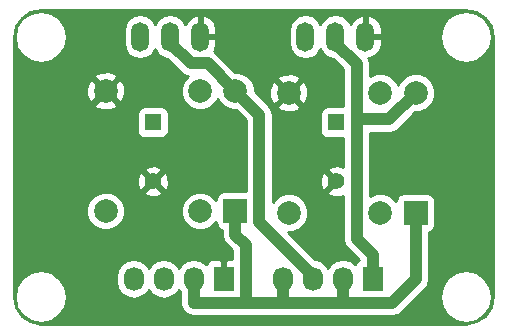
<source format=gbl>
G04 #@! TF.FileFunction,Copper,L2,Bot,Signal*
%FSLAX45Y45*%
G04 Gerber Fmt 4.5, Leading zero omitted, Abs format (unit mm)*
G04 Created by KiCad (PCBNEW 4.0.1-stable) date 2016 October 24, Monday 13:30:03*
%MOMM*%
G01*
G04 APERTURE LIST*
%ADD10C,0.100000*%
%ADD11R,1.400000X1.400000*%
%ADD12C,1.400000*%
%ADD13C,1.998980*%
%ADD14R,1.998980X1.998980*%
%ADD15R,1.727200X2.032000*%
%ADD16O,1.727200X2.032000*%
%ADD17O,1.501140X2.499360*%
%ADD18C,1.000000*%
%ADD19C,0.254000*%
G04 APERTURE END LIST*
D10*
D11*
X13750000Y-10525000D03*
D12*
X13750000Y-11025000D03*
D11*
X15300000Y-10525000D03*
D12*
X15300000Y-11025000D03*
D13*
X14450000Y-10259000D03*
D14*
X14450000Y-11275000D03*
D13*
X15975000Y-10275000D03*
D14*
X15975000Y-11291000D03*
D15*
X15612000Y-11850000D03*
D16*
X15358000Y-11850000D03*
X15104000Y-11850000D03*
X14850000Y-11850000D03*
D17*
X13896000Y-9800000D03*
X13642000Y-9800000D03*
X14150000Y-9800000D03*
X15296000Y-9800000D03*
X15042000Y-9800000D03*
X15550000Y-9800000D03*
D13*
X13350000Y-10259000D03*
X13350000Y-11275000D03*
X14150000Y-10259000D03*
X14150000Y-11275000D03*
X14900000Y-10275000D03*
X14900000Y-11291000D03*
X15675000Y-10275000D03*
X15675000Y-11291000D03*
D15*
X14350000Y-11850000D03*
D16*
X14096000Y-11850000D03*
X13842000Y-11850000D03*
X13588000Y-11850000D03*
D18*
X15475051Y-11025000D02*
X15475051Y-10500000D01*
X15975000Y-10275000D02*
X15750000Y-10500000D01*
X15475051Y-10500000D02*
X15475051Y-10028962D01*
X15750000Y-10500000D02*
X15475051Y-10500000D01*
X15475051Y-11025000D02*
X15475051Y-10774949D01*
X15475051Y-11511451D02*
X15475051Y-11025000D01*
X15475051Y-10028962D02*
X15296000Y-9849911D01*
X15296000Y-9849911D02*
X15296000Y-9800000D01*
X15612000Y-11850000D02*
X15612000Y-11648400D01*
X15612000Y-11648400D02*
X15475051Y-11511451D01*
X15875051Y-10374949D02*
X15975000Y-10275000D01*
X14525000Y-12051601D02*
X14849999Y-12051601D01*
X14096001Y-12051601D02*
X14525000Y-12051601D01*
X14525000Y-12051601D02*
X14525000Y-12042960D01*
X14450000Y-11474949D02*
X14450000Y-11275000D01*
X14525000Y-12042960D02*
X14536360Y-12031600D01*
X14536360Y-12031600D02*
X14536360Y-11561309D01*
X14536360Y-11561309D02*
X14450000Y-11474949D01*
X15358000Y-12051600D02*
X15778360Y-12051600D01*
X14850000Y-12051600D02*
X15358000Y-12051600D01*
X15358000Y-12051600D02*
X15358000Y-11850000D01*
X14096000Y-12051600D02*
X14096001Y-12051601D01*
X14849999Y-12051601D02*
X14850000Y-12051600D01*
X15778360Y-12051600D02*
X15975000Y-11854960D01*
X15975000Y-11854960D02*
X15975000Y-11490949D01*
X15975000Y-11490949D02*
X15975000Y-11291000D01*
X14850000Y-11850000D02*
X14850000Y-12051600D01*
X15358000Y-11850000D02*
X15358000Y-11874794D01*
X14096000Y-12051600D02*
X14096000Y-11850000D01*
X15104000Y-11850000D02*
X15104000Y-11825206D01*
X15104000Y-11825206D02*
X14649949Y-11371155D01*
X14649949Y-11371155D02*
X14649949Y-10458949D01*
X14649949Y-10458949D02*
X14549949Y-10358949D01*
X14549949Y-10358949D02*
X14450000Y-10259000D01*
X14450000Y-10259000D02*
X14215969Y-10024969D01*
X14215969Y-10024969D02*
X14071058Y-10024969D01*
X14071058Y-10024969D02*
X13896000Y-9849911D01*
X13896000Y-9849911D02*
X13896000Y-9800000D01*
D19*
G36*
X16487102Y-9589717D02*
X16560944Y-9639056D01*
X16610283Y-9712898D01*
X16629000Y-9806993D01*
X16629000Y-11993007D01*
X16610283Y-12087102D01*
X16560944Y-12160944D01*
X16487102Y-12210283D01*
X16393007Y-12229000D01*
X12806993Y-12229000D01*
X12712898Y-12210283D01*
X12639056Y-12160944D01*
X12589717Y-12087102D01*
X12572391Y-12000000D01*
X12579000Y-12000000D01*
X12595823Y-12084573D01*
X12643729Y-12156271D01*
X12715427Y-12204177D01*
X12800000Y-12221000D01*
X12884573Y-12204177D01*
X12956271Y-12156271D01*
X13004177Y-12084573D01*
X13021000Y-12000000D01*
X13004177Y-11915427D01*
X12956271Y-11843729D01*
X12938006Y-11831525D01*
X13438140Y-11831525D01*
X13438140Y-11868474D01*
X13449547Y-11925823D01*
X13482033Y-11974441D01*
X13530651Y-12006927D01*
X13588000Y-12018334D01*
X13645349Y-12006927D01*
X13693967Y-11974441D01*
X13715000Y-11942963D01*
X13736033Y-11974441D01*
X13784651Y-12006927D01*
X13842000Y-12018334D01*
X13899349Y-12006927D01*
X13947967Y-11974441D01*
X13969000Y-11942963D01*
X13982500Y-11963168D01*
X13982500Y-12051600D01*
X13991140Y-12095035D01*
X14002380Y-12111857D01*
X14015743Y-12131857D01*
X14015744Y-12131858D01*
X14052566Y-12156461D01*
X14096001Y-12165101D01*
X14849999Y-12165101D01*
X14850004Y-12165100D01*
X15778360Y-12165100D01*
X15821795Y-12156460D01*
X15858617Y-12131857D01*
X15990473Y-12000000D01*
X16179000Y-12000000D01*
X16195823Y-12084573D01*
X16243729Y-12156271D01*
X16315427Y-12204177D01*
X16400000Y-12221000D01*
X16484573Y-12204177D01*
X16556271Y-12156271D01*
X16604177Y-12084573D01*
X16621000Y-12000000D01*
X16604177Y-11915427D01*
X16556271Y-11843729D01*
X16484573Y-11795823D01*
X16400000Y-11779000D01*
X16315427Y-11795823D01*
X16243729Y-11843729D01*
X16195823Y-11915427D01*
X16179000Y-12000000D01*
X15990473Y-12000000D01*
X16055257Y-11935217D01*
X16060738Y-11927013D01*
X16079860Y-11898395D01*
X16088500Y-11854960D01*
X16088500Y-11453143D01*
X16098481Y-11451265D01*
X16120093Y-11437358D01*
X16134592Y-11416138D01*
X16139693Y-11390949D01*
X16139693Y-11191051D01*
X16135265Y-11167519D01*
X16121358Y-11145907D01*
X16100138Y-11131408D01*
X16074949Y-11126307D01*
X15875051Y-11126307D01*
X15851519Y-11130735D01*
X15829907Y-11144642D01*
X15815408Y-11165862D01*
X15810307Y-11191051D01*
X15810307Y-11195189D01*
X15767707Y-11152515D01*
X15707655Y-11127579D01*
X15642631Y-11127523D01*
X15588551Y-11149868D01*
X15588551Y-10613500D01*
X15750000Y-10613500D01*
X15793435Y-10604860D01*
X15830257Y-10580257D01*
X15972067Y-10438447D01*
X16007369Y-10438477D01*
X16067465Y-10413646D01*
X16113485Y-10367707D01*
X16138421Y-10307655D01*
X16138477Y-10242631D01*
X16113646Y-10182535D01*
X16067707Y-10136515D01*
X16007655Y-10111579D01*
X15942631Y-10111523D01*
X15882534Y-10136354D01*
X15836515Y-10182293D01*
X15825002Y-10210019D01*
X15813646Y-10182535D01*
X15767707Y-10136515D01*
X15707655Y-10111579D01*
X15642631Y-10111523D01*
X15588551Y-10133868D01*
X15588551Y-10028962D01*
X15579911Y-9985527D01*
X15575863Y-9979469D01*
X15584127Y-9984199D01*
X15591290Y-9982781D01*
X15638994Y-9956866D01*
X15673150Y-9914668D01*
X15688557Y-9862611D01*
X15688557Y-9812700D01*
X15562700Y-9812700D01*
X15562700Y-9814700D01*
X15537300Y-9814700D01*
X15537300Y-9812700D01*
X15535300Y-9812700D01*
X15535300Y-9800000D01*
X16179000Y-9800000D01*
X16195823Y-9884573D01*
X16243729Y-9956271D01*
X16315427Y-10004177D01*
X16400000Y-10021000D01*
X16484573Y-10004177D01*
X16556271Y-9956271D01*
X16604177Y-9884573D01*
X16621000Y-9800000D01*
X16604177Y-9715427D01*
X16556271Y-9643729D01*
X16484573Y-9595823D01*
X16400000Y-9579000D01*
X16315427Y-9595823D01*
X16243729Y-9643729D01*
X16195823Y-9715427D01*
X16179000Y-9800000D01*
X15535300Y-9800000D01*
X15535300Y-9787300D01*
X15537300Y-9787300D01*
X15537300Y-9628066D01*
X15562700Y-9628066D01*
X15562700Y-9787300D01*
X15688557Y-9787300D01*
X15688557Y-9737389D01*
X15673150Y-9685332D01*
X15638994Y-9643134D01*
X15591290Y-9617219D01*
X15584127Y-9615801D01*
X15562700Y-9628066D01*
X15537300Y-9628066D01*
X15515872Y-9615801D01*
X15508710Y-9617219D01*
X15461006Y-9643134D01*
X15426850Y-9685332D01*
X15424195Y-9694303D01*
X15424010Y-9693373D01*
X15393975Y-9648422D01*
X15349023Y-9618387D01*
X15296000Y-9607840D01*
X15242976Y-9618387D01*
X15198025Y-9648422D01*
X15169000Y-9691862D01*
X15139975Y-9648422D01*
X15095023Y-9618387D01*
X15042000Y-9607840D01*
X14988976Y-9618387D01*
X14944025Y-9648422D01*
X14913990Y-9693373D01*
X14903443Y-9746397D01*
X14903443Y-9853603D01*
X14913990Y-9906627D01*
X14944025Y-9951578D01*
X14988976Y-9981613D01*
X15042000Y-9992160D01*
X15095023Y-9981613D01*
X15139975Y-9951578D01*
X15169000Y-9908138D01*
X15198025Y-9951578D01*
X15242976Y-9981613D01*
X15273201Y-9987625D01*
X15361551Y-10075975D01*
X15361551Y-10390256D01*
X15230000Y-10390256D01*
X15206468Y-10394684D01*
X15184856Y-10408591D01*
X15170357Y-10429811D01*
X15165256Y-10455000D01*
X15165256Y-10595000D01*
X15169684Y-10618532D01*
X15183591Y-10640144D01*
X15204811Y-10654643D01*
X15230000Y-10659744D01*
X15361551Y-10659744D01*
X15361551Y-10905138D01*
X15319288Y-10890258D01*
X15266256Y-10893134D01*
X15230617Y-10907896D01*
X15224433Y-10931473D01*
X15300000Y-11007040D01*
X15301414Y-11005625D01*
X15319375Y-11023586D01*
X15317960Y-11025000D01*
X15319375Y-11026414D01*
X15301414Y-11044375D01*
X15300000Y-11042961D01*
X15224433Y-11118528D01*
X15230617Y-11142104D01*
X15280712Y-11159742D01*
X15333744Y-11156866D01*
X15361551Y-11145348D01*
X15361551Y-11511451D01*
X15370191Y-11554885D01*
X15379049Y-11568143D01*
X15394794Y-11591707D01*
X15495453Y-11692366D01*
X15480496Y-11701991D01*
X15465997Y-11723211D01*
X15465160Y-11727344D01*
X15463967Y-11725558D01*
X15415349Y-11693073D01*
X15358000Y-11681665D01*
X15300651Y-11693073D01*
X15252033Y-11725558D01*
X15231000Y-11757037D01*
X15209967Y-11725558D01*
X15161349Y-11693073D01*
X15125187Y-11685880D01*
X14893751Y-11454444D01*
X14932369Y-11454477D01*
X14992465Y-11429646D01*
X15038485Y-11383707D01*
X15063421Y-11323655D01*
X15063477Y-11258631D01*
X15038646Y-11198534D01*
X14992707Y-11152515D01*
X14932655Y-11127579D01*
X14867631Y-11127523D01*
X14807534Y-11152354D01*
X14763449Y-11196362D01*
X14763449Y-11005712D01*
X15165258Y-11005712D01*
X15168134Y-11058744D01*
X15182896Y-11094383D01*
X15206472Y-11100567D01*
X15282039Y-11025000D01*
X15206472Y-10949433D01*
X15182896Y-10955617D01*
X15165258Y-11005712D01*
X14763449Y-11005712D01*
X14763449Y-10458949D01*
X14754809Y-10415515D01*
X14737906Y-10390216D01*
X14802744Y-10390216D01*
X14812604Y-10416897D01*
X14873558Y-10439540D01*
X14938538Y-10437134D01*
X14987396Y-10416897D01*
X14997256Y-10390216D01*
X14900000Y-10292961D01*
X14802744Y-10390216D01*
X14737906Y-10390216D01*
X14730206Y-10378693D01*
X14613447Y-10261933D01*
X14613458Y-10248558D01*
X14735460Y-10248558D01*
X14737866Y-10313538D01*
X14758103Y-10362396D01*
X14784784Y-10372256D01*
X14882039Y-10275000D01*
X14917960Y-10275000D01*
X15015216Y-10372256D01*
X15041896Y-10362396D01*
X15064540Y-10301442D01*
X15062134Y-10236462D01*
X15041896Y-10187604D01*
X15015216Y-10177744D01*
X14917960Y-10275000D01*
X14882039Y-10275000D01*
X14784784Y-10177744D01*
X14758103Y-10187604D01*
X14735460Y-10248558D01*
X14613458Y-10248558D01*
X14613477Y-10226631D01*
X14588646Y-10166535D01*
X14581907Y-10159784D01*
X14802744Y-10159784D01*
X14900000Y-10257040D01*
X14997256Y-10159784D01*
X14987396Y-10133104D01*
X14926442Y-10110460D01*
X14861462Y-10112866D01*
X14812604Y-10133104D01*
X14802744Y-10159784D01*
X14581907Y-10159784D01*
X14542707Y-10120515D01*
X14482655Y-10095579D01*
X14447061Y-10095548D01*
X14296226Y-9944712D01*
X14265467Y-9924160D01*
X14273150Y-9914668D01*
X14288557Y-9862611D01*
X14288557Y-9812700D01*
X14162700Y-9812700D01*
X14162700Y-9814700D01*
X14137300Y-9814700D01*
X14137300Y-9812700D01*
X14135300Y-9812700D01*
X14135300Y-9787300D01*
X14137300Y-9787300D01*
X14137300Y-9628066D01*
X14162700Y-9628066D01*
X14162700Y-9787300D01*
X14288557Y-9787300D01*
X14288557Y-9737389D01*
X14273150Y-9685332D01*
X14238994Y-9643134D01*
X14191290Y-9617219D01*
X14184127Y-9615801D01*
X14162700Y-9628066D01*
X14137300Y-9628066D01*
X14115872Y-9615801D01*
X14108710Y-9617219D01*
X14061006Y-9643134D01*
X14026850Y-9685332D01*
X14024195Y-9694303D01*
X14024010Y-9693373D01*
X13993975Y-9648422D01*
X13949023Y-9618387D01*
X13896000Y-9607840D01*
X13842976Y-9618387D01*
X13798025Y-9648422D01*
X13769000Y-9691862D01*
X13739975Y-9648422D01*
X13695023Y-9618387D01*
X13642000Y-9607840D01*
X13588976Y-9618387D01*
X13544025Y-9648422D01*
X13513990Y-9693373D01*
X13503443Y-9746397D01*
X13503443Y-9853603D01*
X13513990Y-9906627D01*
X13544025Y-9951578D01*
X13588976Y-9981613D01*
X13642000Y-9992160D01*
X13695023Y-9981613D01*
X13739975Y-9951578D01*
X13769000Y-9908138D01*
X13798025Y-9951578D01*
X13842976Y-9981613D01*
X13873201Y-9987625D01*
X13990801Y-10105226D01*
X14027623Y-10129829D01*
X14044650Y-10133216D01*
X14011515Y-10166293D01*
X13986579Y-10226345D01*
X13986523Y-10291369D01*
X14011354Y-10351466D01*
X14057293Y-10397485D01*
X14117345Y-10422421D01*
X14182369Y-10422477D01*
X14242465Y-10397646D01*
X14288485Y-10351707D01*
X14299997Y-10323981D01*
X14311354Y-10351466D01*
X14357293Y-10397485D01*
X14417345Y-10422421D01*
X14452938Y-10422452D01*
X14536449Y-10505962D01*
X14536449Y-11110307D01*
X14350051Y-11110307D01*
X14326519Y-11114735D01*
X14304907Y-11128642D01*
X14290408Y-11149862D01*
X14285307Y-11175051D01*
X14285307Y-11179190D01*
X14242707Y-11136515D01*
X14182655Y-11111579D01*
X14117631Y-11111523D01*
X14057534Y-11136354D01*
X14011515Y-11182293D01*
X13986579Y-11242345D01*
X13986523Y-11307369D01*
X14011354Y-11367465D01*
X14057293Y-11413485D01*
X14117345Y-11438421D01*
X14182369Y-11438477D01*
X14242465Y-11413646D01*
X14285307Y-11370879D01*
X14285307Y-11374949D01*
X14289735Y-11398481D01*
X14303642Y-11420093D01*
X14324862Y-11434592D01*
X14336500Y-11436949D01*
X14336500Y-11474949D01*
X14345140Y-11518384D01*
X14361948Y-11543540D01*
X14369743Y-11555206D01*
X14422860Y-11608322D01*
X14422860Y-11684900D01*
X14378575Y-11684900D01*
X14362700Y-11700775D01*
X14362700Y-11837300D01*
X14364700Y-11837300D01*
X14364700Y-11862700D01*
X14362700Y-11862700D01*
X14362700Y-11864700D01*
X14337300Y-11864700D01*
X14337300Y-11862700D01*
X14335300Y-11862700D01*
X14335300Y-11837300D01*
X14337300Y-11837300D01*
X14337300Y-11700775D01*
X14321425Y-11684900D01*
X14251009Y-11684900D01*
X14227670Y-11694567D01*
X14209807Y-11712430D01*
X14203450Y-11727778D01*
X14201967Y-11725558D01*
X14153349Y-11693073D01*
X14096000Y-11681665D01*
X14038651Y-11693073D01*
X13990033Y-11725558D01*
X13969000Y-11757037D01*
X13947967Y-11725558D01*
X13899349Y-11693073D01*
X13842000Y-11681665D01*
X13784651Y-11693073D01*
X13736033Y-11725558D01*
X13715000Y-11757037D01*
X13693967Y-11725558D01*
X13645349Y-11693073D01*
X13588000Y-11681665D01*
X13530651Y-11693073D01*
X13482033Y-11725558D01*
X13449547Y-11774177D01*
X13438140Y-11831525D01*
X12938006Y-11831525D01*
X12884573Y-11795823D01*
X12800000Y-11779000D01*
X12715427Y-11795823D01*
X12643729Y-11843729D01*
X12595823Y-11915427D01*
X12579000Y-12000000D01*
X12572391Y-12000000D01*
X12571000Y-11993007D01*
X12571000Y-11307369D01*
X13186523Y-11307369D01*
X13211354Y-11367465D01*
X13257293Y-11413485D01*
X13317345Y-11438421D01*
X13382369Y-11438477D01*
X13442465Y-11413646D01*
X13488485Y-11367707D01*
X13513421Y-11307655D01*
X13513477Y-11242631D01*
X13488646Y-11182535D01*
X13442707Y-11136515D01*
X13399388Y-11118528D01*
X13674433Y-11118528D01*
X13680617Y-11142104D01*
X13730712Y-11159742D01*
X13783744Y-11156866D01*
X13819383Y-11142104D01*
X13825567Y-11118528D01*
X13750000Y-11042961D01*
X13674433Y-11118528D01*
X13399388Y-11118528D01*
X13382655Y-11111579D01*
X13317631Y-11111523D01*
X13257534Y-11136354D01*
X13211515Y-11182293D01*
X13186579Y-11242345D01*
X13186523Y-11307369D01*
X12571000Y-11307369D01*
X12571000Y-11005712D01*
X13615258Y-11005712D01*
X13618134Y-11058744D01*
X13632896Y-11094383D01*
X13656472Y-11100567D01*
X13732039Y-11025000D01*
X13767960Y-11025000D01*
X13843527Y-11100567D01*
X13867104Y-11094383D01*
X13884742Y-11044288D01*
X13881866Y-10991256D01*
X13867104Y-10955617D01*
X13843527Y-10949433D01*
X13767960Y-11025000D01*
X13732039Y-11025000D01*
X13656472Y-10949433D01*
X13632896Y-10955617D01*
X13615258Y-11005712D01*
X12571000Y-11005712D01*
X12571000Y-10931473D01*
X13674433Y-10931473D01*
X13750000Y-11007040D01*
X13825567Y-10931473D01*
X13819383Y-10907896D01*
X13769288Y-10890258D01*
X13716256Y-10893134D01*
X13680617Y-10907896D01*
X13674433Y-10931473D01*
X12571000Y-10931473D01*
X12571000Y-10455000D01*
X13615256Y-10455000D01*
X13615256Y-10595000D01*
X13619684Y-10618532D01*
X13633591Y-10640144D01*
X13654811Y-10654643D01*
X13680000Y-10659744D01*
X13820000Y-10659744D01*
X13843532Y-10655316D01*
X13865144Y-10641409D01*
X13879643Y-10620189D01*
X13884744Y-10595000D01*
X13884744Y-10455000D01*
X13880316Y-10431468D01*
X13866409Y-10409856D01*
X13845189Y-10395357D01*
X13820000Y-10390256D01*
X13680000Y-10390256D01*
X13656468Y-10394684D01*
X13634856Y-10408591D01*
X13620357Y-10429811D01*
X13615256Y-10455000D01*
X12571000Y-10455000D01*
X12571000Y-10374216D01*
X13252744Y-10374216D01*
X13262604Y-10400897D01*
X13323558Y-10423540D01*
X13388538Y-10421134D01*
X13437396Y-10400897D01*
X13447256Y-10374216D01*
X13350000Y-10276961D01*
X13252744Y-10374216D01*
X12571000Y-10374216D01*
X12571000Y-10232558D01*
X13185460Y-10232558D01*
X13187866Y-10297538D01*
X13208103Y-10346396D01*
X13234784Y-10356256D01*
X13332039Y-10259000D01*
X13367960Y-10259000D01*
X13465216Y-10356256D01*
X13491896Y-10346396D01*
X13514540Y-10285442D01*
X13512134Y-10220462D01*
X13491896Y-10171604D01*
X13465216Y-10161744D01*
X13367960Y-10259000D01*
X13332039Y-10259000D01*
X13234784Y-10161744D01*
X13208103Y-10171604D01*
X13185460Y-10232558D01*
X12571000Y-10232558D01*
X12571000Y-10143784D01*
X13252744Y-10143784D01*
X13350000Y-10241040D01*
X13447256Y-10143784D01*
X13437396Y-10117104D01*
X13376442Y-10094460D01*
X13311462Y-10096866D01*
X13262604Y-10117104D01*
X13252744Y-10143784D01*
X12571000Y-10143784D01*
X12571000Y-9806993D01*
X12572391Y-9800000D01*
X12579000Y-9800000D01*
X12595823Y-9884573D01*
X12643729Y-9956271D01*
X12715427Y-10004177D01*
X12800000Y-10021000D01*
X12884573Y-10004177D01*
X12956271Y-9956271D01*
X13004177Y-9884573D01*
X13021000Y-9800000D01*
X13004177Y-9715427D01*
X12956271Y-9643729D01*
X12884573Y-9595823D01*
X12800000Y-9579000D01*
X12715427Y-9595823D01*
X12643729Y-9643729D01*
X12595823Y-9715427D01*
X12579000Y-9800000D01*
X12572391Y-9800000D01*
X12589717Y-9712898D01*
X12639056Y-9639056D01*
X12712898Y-9589717D01*
X12806993Y-9571000D01*
X16393007Y-9571000D01*
X16487102Y-9589717D01*
X16487102Y-9589717D01*
G37*
X16487102Y-9589717D02*
X16560944Y-9639056D01*
X16610283Y-9712898D01*
X16629000Y-9806993D01*
X16629000Y-11993007D01*
X16610283Y-12087102D01*
X16560944Y-12160944D01*
X16487102Y-12210283D01*
X16393007Y-12229000D01*
X12806993Y-12229000D01*
X12712898Y-12210283D01*
X12639056Y-12160944D01*
X12589717Y-12087102D01*
X12572391Y-12000000D01*
X12579000Y-12000000D01*
X12595823Y-12084573D01*
X12643729Y-12156271D01*
X12715427Y-12204177D01*
X12800000Y-12221000D01*
X12884573Y-12204177D01*
X12956271Y-12156271D01*
X13004177Y-12084573D01*
X13021000Y-12000000D01*
X13004177Y-11915427D01*
X12956271Y-11843729D01*
X12938006Y-11831525D01*
X13438140Y-11831525D01*
X13438140Y-11868474D01*
X13449547Y-11925823D01*
X13482033Y-11974441D01*
X13530651Y-12006927D01*
X13588000Y-12018334D01*
X13645349Y-12006927D01*
X13693967Y-11974441D01*
X13715000Y-11942963D01*
X13736033Y-11974441D01*
X13784651Y-12006927D01*
X13842000Y-12018334D01*
X13899349Y-12006927D01*
X13947967Y-11974441D01*
X13969000Y-11942963D01*
X13982500Y-11963168D01*
X13982500Y-12051600D01*
X13991140Y-12095035D01*
X14002380Y-12111857D01*
X14015743Y-12131857D01*
X14015744Y-12131858D01*
X14052566Y-12156461D01*
X14096001Y-12165101D01*
X14849999Y-12165101D01*
X14850004Y-12165100D01*
X15778360Y-12165100D01*
X15821795Y-12156460D01*
X15858617Y-12131857D01*
X15990473Y-12000000D01*
X16179000Y-12000000D01*
X16195823Y-12084573D01*
X16243729Y-12156271D01*
X16315427Y-12204177D01*
X16400000Y-12221000D01*
X16484573Y-12204177D01*
X16556271Y-12156271D01*
X16604177Y-12084573D01*
X16621000Y-12000000D01*
X16604177Y-11915427D01*
X16556271Y-11843729D01*
X16484573Y-11795823D01*
X16400000Y-11779000D01*
X16315427Y-11795823D01*
X16243729Y-11843729D01*
X16195823Y-11915427D01*
X16179000Y-12000000D01*
X15990473Y-12000000D01*
X16055257Y-11935217D01*
X16060738Y-11927013D01*
X16079860Y-11898395D01*
X16088500Y-11854960D01*
X16088500Y-11453143D01*
X16098481Y-11451265D01*
X16120093Y-11437358D01*
X16134592Y-11416138D01*
X16139693Y-11390949D01*
X16139693Y-11191051D01*
X16135265Y-11167519D01*
X16121358Y-11145907D01*
X16100138Y-11131408D01*
X16074949Y-11126307D01*
X15875051Y-11126307D01*
X15851519Y-11130735D01*
X15829907Y-11144642D01*
X15815408Y-11165862D01*
X15810307Y-11191051D01*
X15810307Y-11195189D01*
X15767707Y-11152515D01*
X15707655Y-11127579D01*
X15642631Y-11127523D01*
X15588551Y-11149868D01*
X15588551Y-10613500D01*
X15750000Y-10613500D01*
X15793435Y-10604860D01*
X15830257Y-10580257D01*
X15972067Y-10438447D01*
X16007369Y-10438477D01*
X16067465Y-10413646D01*
X16113485Y-10367707D01*
X16138421Y-10307655D01*
X16138477Y-10242631D01*
X16113646Y-10182535D01*
X16067707Y-10136515D01*
X16007655Y-10111579D01*
X15942631Y-10111523D01*
X15882534Y-10136354D01*
X15836515Y-10182293D01*
X15825002Y-10210019D01*
X15813646Y-10182535D01*
X15767707Y-10136515D01*
X15707655Y-10111579D01*
X15642631Y-10111523D01*
X15588551Y-10133868D01*
X15588551Y-10028962D01*
X15579911Y-9985527D01*
X15575863Y-9979469D01*
X15584127Y-9984199D01*
X15591290Y-9982781D01*
X15638994Y-9956866D01*
X15673150Y-9914668D01*
X15688557Y-9862611D01*
X15688557Y-9812700D01*
X15562700Y-9812700D01*
X15562700Y-9814700D01*
X15537300Y-9814700D01*
X15537300Y-9812700D01*
X15535300Y-9812700D01*
X15535300Y-9800000D01*
X16179000Y-9800000D01*
X16195823Y-9884573D01*
X16243729Y-9956271D01*
X16315427Y-10004177D01*
X16400000Y-10021000D01*
X16484573Y-10004177D01*
X16556271Y-9956271D01*
X16604177Y-9884573D01*
X16621000Y-9800000D01*
X16604177Y-9715427D01*
X16556271Y-9643729D01*
X16484573Y-9595823D01*
X16400000Y-9579000D01*
X16315427Y-9595823D01*
X16243729Y-9643729D01*
X16195823Y-9715427D01*
X16179000Y-9800000D01*
X15535300Y-9800000D01*
X15535300Y-9787300D01*
X15537300Y-9787300D01*
X15537300Y-9628066D01*
X15562700Y-9628066D01*
X15562700Y-9787300D01*
X15688557Y-9787300D01*
X15688557Y-9737389D01*
X15673150Y-9685332D01*
X15638994Y-9643134D01*
X15591290Y-9617219D01*
X15584127Y-9615801D01*
X15562700Y-9628066D01*
X15537300Y-9628066D01*
X15515872Y-9615801D01*
X15508710Y-9617219D01*
X15461006Y-9643134D01*
X15426850Y-9685332D01*
X15424195Y-9694303D01*
X15424010Y-9693373D01*
X15393975Y-9648422D01*
X15349023Y-9618387D01*
X15296000Y-9607840D01*
X15242976Y-9618387D01*
X15198025Y-9648422D01*
X15169000Y-9691862D01*
X15139975Y-9648422D01*
X15095023Y-9618387D01*
X15042000Y-9607840D01*
X14988976Y-9618387D01*
X14944025Y-9648422D01*
X14913990Y-9693373D01*
X14903443Y-9746397D01*
X14903443Y-9853603D01*
X14913990Y-9906627D01*
X14944025Y-9951578D01*
X14988976Y-9981613D01*
X15042000Y-9992160D01*
X15095023Y-9981613D01*
X15139975Y-9951578D01*
X15169000Y-9908138D01*
X15198025Y-9951578D01*
X15242976Y-9981613D01*
X15273201Y-9987625D01*
X15361551Y-10075975D01*
X15361551Y-10390256D01*
X15230000Y-10390256D01*
X15206468Y-10394684D01*
X15184856Y-10408591D01*
X15170357Y-10429811D01*
X15165256Y-10455000D01*
X15165256Y-10595000D01*
X15169684Y-10618532D01*
X15183591Y-10640144D01*
X15204811Y-10654643D01*
X15230000Y-10659744D01*
X15361551Y-10659744D01*
X15361551Y-10905138D01*
X15319288Y-10890258D01*
X15266256Y-10893134D01*
X15230617Y-10907896D01*
X15224433Y-10931473D01*
X15300000Y-11007040D01*
X15301414Y-11005625D01*
X15319375Y-11023586D01*
X15317960Y-11025000D01*
X15319375Y-11026414D01*
X15301414Y-11044375D01*
X15300000Y-11042961D01*
X15224433Y-11118528D01*
X15230617Y-11142104D01*
X15280712Y-11159742D01*
X15333744Y-11156866D01*
X15361551Y-11145348D01*
X15361551Y-11511451D01*
X15370191Y-11554885D01*
X15379049Y-11568143D01*
X15394794Y-11591707D01*
X15495453Y-11692366D01*
X15480496Y-11701991D01*
X15465997Y-11723211D01*
X15465160Y-11727344D01*
X15463967Y-11725558D01*
X15415349Y-11693073D01*
X15358000Y-11681665D01*
X15300651Y-11693073D01*
X15252033Y-11725558D01*
X15231000Y-11757037D01*
X15209967Y-11725558D01*
X15161349Y-11693073D01*
X15125187Y-11685880D01*
X14893751Y-11454444D01*
X14932369Y-11454477D01*
X14992465Y-11429646D01*
X15038485Y-11383707D01*
X15063421Y-11323655D01*
X15063477Y-11258631D01*
X15038646Y-11198534D01*
X14992707Y-11152515D01*
X14932655Y-11127579D01*
X14867631Y-11127523D01*
X14807534Y-11152354D01*
X14763449Y-11196362D01*
X14763449Y-11005712D01*
X15165258Y-11005712D01*
X15168134Y-11058744D01*
X15182896Y-11094383D01*
X15206472Y-11100567D01*
X15282039Y-11025000D01*
X15206472Y-10949433D01*
X15182896Y-10955617D01*
X15165258Y-11005712D01*
X14763449Y-11005712D01*
X14763449Y-10458949D01*
X14754809Y-10415515D01*
X14737906Y-10390216D01*
X14802744Y-10390216D01*
X14812604Y-10416897D01*
X14873558Y-10439540D01*
X14938538Y-10437134D01*
X14987396Y-10416897D01*
X14997256Y-10390216D01*
X14900000Y-10292961D01*
X14802744Y-10390216D01*
X14737906Y-10390216D01*
X14730206Y-10378693D01*
X14613447Y-10261933D01*
X14613458Y-10248558D01*
X14735460Y-10248558D01*
X14737866Y-10313538D01*
X14758103Y-10362396D01*
X14784784Y-10372256D01*
X14882039Y-10275000D01*
X14917960Y-10275000D01*
X15015216Y-10372256D01*
X15041896Y-10362396D01*
X15064540Y-10301442D01*
X15062134Y-10236462D01*
X15041896Y-10187604D01*
X15015216Y-10177744D01*
X14917960Y-10275000D01*
X14882039Y-10275000D01*
X14784784Y-10177744D01*
X14758103Y-10187604D01*
X14735460Y-10248558D01*
X14613458Y-10248558D01*
X14613477Y-10226631D01*
X14588646Y-10166535D01*
X14581907Y-10159784D01*
X14802744Y-10159784D01*
X14900000Y-10257040D01*
X14997256Y-10159784D01*
X14987396Y-10133104D01*
X14926442Y-10110460D01*
X14861462Y-10112866D01*
X14812604Y-10133104D01*
X14802744Y-10159784D01*
X14581907Y-10159784D01*
X14542707Y-10120515D01*
X14482655Y-10095579D01*
X14447061Y-10095548D01*
X14296226Y-9944712D01*
X14265467Y-9924160D01*
X14273150Y-9914668D01*
X14288557Y-9862611D01*
X14288557Y-9812700D01*
X14162700Y-9812700D01*
X14162700Y-9814700D01*
X14137300Y-9814700D01*
X14137300Y-9812700D01*
X14135300Y-9812700D01*
X14135300Y-9787300D01*
X14137300Y-9787300D01*
X14137300Y-9628066D01*
X14162700Y-9628066D01*
X14162700Y-9787300D01*
X14288557Y-9787300D01*
X14288557Y-9737389D01*
X14273150Y-9685332D01*
X14238994Y-9643134D01*
X14191290Y-9617219D01*
X14184127Y-9615801D01*
X14162700Y-9628066D01*
X14137300Y-9628066D01*
X14115872Y-9615801D01*
X14108710Y-9617219D01*
X14061006Y-9643134D01*
X14026850Y-9685332D01*
X14024195Y-9694303D01*
X14024010Y-9693373D01*
X13993975Y-9648422D01*
X13949023Y-9618387D01*
X13896000Y-9607840D01*
X13842976Y-9618387D01*
X13798025Y-9648422D01*
X13769000Y-9691862D01*
X13739975Y-9648422D01*
X13695023Y-9618387D01*
X13642000Y-9607840D01*
X13588976Y-9618387D01*
X13544025Y-9648422D01*
X13513990Y-9693373D01*
X13503443Y-9746397D01*
X13503443Y-9853603D01*
X13513990Y-9906627D01*
X13544025Y-9951578D01*
X13588976Y-9981613D01*
X13642000Y-9992160D01*
X13695023Y-9981613D01*
X13739975Y-9951578D01*
X13769000Y-9908138D01*
X13798025Y-9951578D01*
X13842976Y-9981613D01*
X13873201Y-9987625D01*
X13990801Y-10105226D01*
X14027623Y-10129829D01*
X14044650Y-10133216D01*
X14011515Y-10166293D01*
X13986579Y-10226345D01*
X13986523Y-10291369D01*
X14011354Y-10351466D01*
X14057293Y-10397485D01*
X14117345Y-10422421D01*
X14182369Y-10422477D01*
X14242465Y-10397646D01*
X14288485Y-10351707D01*
X14299997Y-10323981D01*
X14311354Y-10351466D01*
X14357293Y-10397485D01*
X14417345Y-10422421D01*
X14452938Y-10422452D01*
X14536449Y-10505962D01*
X14536449Y-11110307D01*
X14350051Y-11110307D01*
X14326519Y-11114735D01*
X14304907Y-11128642D01*
X14290408Y-11149862D01*
X14285307Y-11175051D01*
X14285307Y-11179190D01*
X14242707Y-11136515D01*
X14182655Y-11111579D01*
X14117631Y-11111523D01*
X14057534Y-11136354D01*
X14011515Y-11182293D01*
X13986579Y-11242345D01*
X13986523Y-11307369D01*
X14011354Y-11367465D01*
X14057293Y-11413485D01*
X14117345Y-11438421D01*
X14182369Y-11438477D01*
X14242465Y-11413646D01*
X14285307Y-11370879D01*
X14285307Y-11374949D01*
X14289735Y-11398481D01*
X14303642Y-11420093D01*
X14324862Y-11434592D01*
X14336500Y-11436949D01*
X14336500Y-11474949D01*
X14345140Y-11518384D01*
X14361948Y-11543540D01*
X14369743Y-11555206D01*
X14422860Y-11608322D01*
X14422860Y-11684900D01*
X14378575Y-11684900D01*
X14362700Y-11700775D01*
X14362700Y-11837300D01*
X14364700Y-11837300D01*
X14364700Y-11862700D01*
X14362700Y-11862700D01*
X14362700Y-11864700D01*
X14337300Y-11864700D01*
X14337300Y-11862700D01*
X14335300Y-11862700D01*
X14335300Y-11837300D01*
X14337300Y-11837300D01*
X14337300Y-11700775D01*
X14321425Y-11684900D01*
X14251009Y-11684900D01*
X14227670Y-11694567D01*
X14209807Y-11712430D01*
X14203450Y-11727778D01*
X14201967Y-11725558D01*
X14153349Y-11693073D01*
X14096000Y-11681665D01*
X14038651Y-11693073D01*
X13990033Y-11725558D01*
X13969000Y-11757037D01*
X13947967Y-11725558D01*
X13899349Y-11693073D01*
X13842000Y-11681665D01*
X13784651Y-11693073D01*
X13736033Y-11725558D01*
X13715000Y-11757037D01*
X13693967Y-11725558D01*
X13645349Y-11693073D01*
X13588000Y-11681665D01*
X13530651Y-11693073D01*
X13482033Y-11725558D01*
X13449547Y-11774177D01*
X13438140Y-11831525D01*
X12938006Y-11831525D01*
X12884573Y-11795823D01*
X12800000Y-11779000D01*
X12715427Y-11795823D01*
X12643729Y-11843729D01*
X12595823Y-11915427D01*
X12579000Y-12000000D01*
X12572391Y-12000000D01*
X12571000Y-11993007D01*
X12571000Y-11307369D01*
X13186523Y-11307369D01*
X13211354Y-11367465D01*
X13257293Y-11413485D01*
X13317345Y-11438421D01*
X13382369Y-11438477D01*
X13442465Y-11413646D01*
X13488485Y-11367707D01*
X13513421Y-11307655D01*
X13513477Y-11242631D01*
X13488646Y-11182535D01*
X13442707Y-11136515D01*
X13399388Y-11118528D01*
X13674433Y-11118528D01*
X13680617Y-11142104D01*
X13730712Y-11159742D01*
X13783744Y-11156866D01*
X13819383Y-11142104D01*
X13825567Y-11118528D01*
X13750000Y-11042961D01*
X13674433Y-11118528D01*
X13399388Y-11118528D01*
X13382655Y-11111579D01*
X13317631Y-11111523D01*
X13257534Y-11136354D01*
X13211515Y-11182293D01*
X13186579Y-11242345D01*
X13186523Y-11307369D01*
X12571000Y-11307369D01*
X12571000Y-11005712D01*
X13615258Y-11005712D01*
X13618134Y-11058744D01*
X13632896Y-11094383D01*
X13656472Y-11100567D01*
X13732039Y-11025000D01*
X13767960Y-11025000D01*
X13843527Y-11100567D01*
X13867104Y-11094383D01*
X13884742Y-11044288D01*
X13881866Y-10991256D01*
X13867104Y-10955617D01*
X13843527Y-10949433D01*
X13767960Y-11025000D01*
X13732039Y-11025000D01*
X13656472Y-10949433D01*
X13632896Y-10955617D01*
X13615258Y-11005712D01*
X12571000Y-11005712D01*
X12571000Y-10931473D01*
X13674433Y-10931473D01*
X13750000Y-11007040D01*
X13825567Y-10931473D01*
X13819383Y-10907896D01*
X13769288Y-10890258D01*
X13716256Y-10893134D01*
X13680617Y-10907896D01*
X13674433Y-10931473D01*
X12571000Y-10931473D01*
X12571000Y-10455000D01*
X13615256Y-10455000D01*
X13615256Y-10595000D01*
X13619684Y-10618532D01*
X13633591Y-10640144D01*
X13654811Y-10654643D01*
X13680000Y-10659744D01*
X13820000Y-10659744D01*
X13843532Y-10655316D01*
X13865144Y-10641409D01*
X13879643Y-10620189D01*
X13884744Y-10595000D01*
X13884744Y-10455000D01*
X13880316Y-10431468D01*
X13866409Y-10409856D01*
X13845189Y-10395357D01*
X13820000Y-10390256D01*
X13680000Y-10390256D01*
X13656468Y-10394684D01*
X13634856Y-10408591D01*
X13620357Y-10429811D01*
X13615256Y-10455000D01*
X12571000Y-10455000D01*
X12571000Y-10374216D01*
X13252744Y-10374216D01*
X13262604Y-10400897D01*
X13323558Y-10423540D01*
X13388538Y-10421134D01*
X13437396Y-10400897D01*
X13447256Y-10374216D01*
X13350000Y-10276961D01*
X13252744Y-10374216D01*
X12571000Y-10374216D01*
X12571000Y-10232558D01*
X13185460Y-10232558D01*
X13187866Y-10297538D01*
X13208103Y-10346396D01*
X13234784Y-10356256D01*
X13332039Y-10259000D01*
X13367960Y-10259000D01*
X13465216Y-10356256D01*
X13491896Y-10346396D01*
X13514540Y-10285442D01*
X13512134Y-10220462D01*
X13491896Y-10171604D01*
X13465216Y-10161744D01*
X13367960Y-10259000D01*
X13332039Y-10259000D01*
X13234784Y-10161744D01*
X13208103Y-10171604D01*
X13185460Y-10232558D01*
X12571000Y-10232558D01*
X12571000Y-10143784D01*
X13252744Y-10143784D01*
X13350000Y-10241040D01*
X13447256Y-10143784D01*
X13437396Y-10117104D01*
X13376442Y-10094460D01*
X13311462Y-10096866D01*
X13262604Y-10117104D01*
X13252744Y-10143784D01*
X12571000Y-10143784D01*
X12571000Y-9806993D01*
X12572391Y-9800000D01*
X12579000Y-9800000D01*
X12595823Y-9884573D01*
X12643729Y-9956271D01*
X12715427Y-10004177D01*
X12800000Y-10021000D01*
X12884573Y-10004177D01*
X12956271Y-9956271D01*
X13004177Y-9884573D01*
X13021000Y-9800000D01*
X13004177Y-9715427D01*
X12956271Y-9643729D01*
X12884573Y-9595823D01*
X12800000Y-9579000D01*
X12715427Y-9595823D01*
X12643729Y-9643729D01*
X12595823Y-9715427D01*
X12579000Y-9800000D01*
X12572391Y-9800000D01*
X12589717Y-9712898D01*
X12639056Y-9639056D01*
X12712898Y-9589717D01*
X12806993Y-9571000D01*
X16393007Y-9571000D01*
X16487102Y-9589717D01*
M02*

</source>
